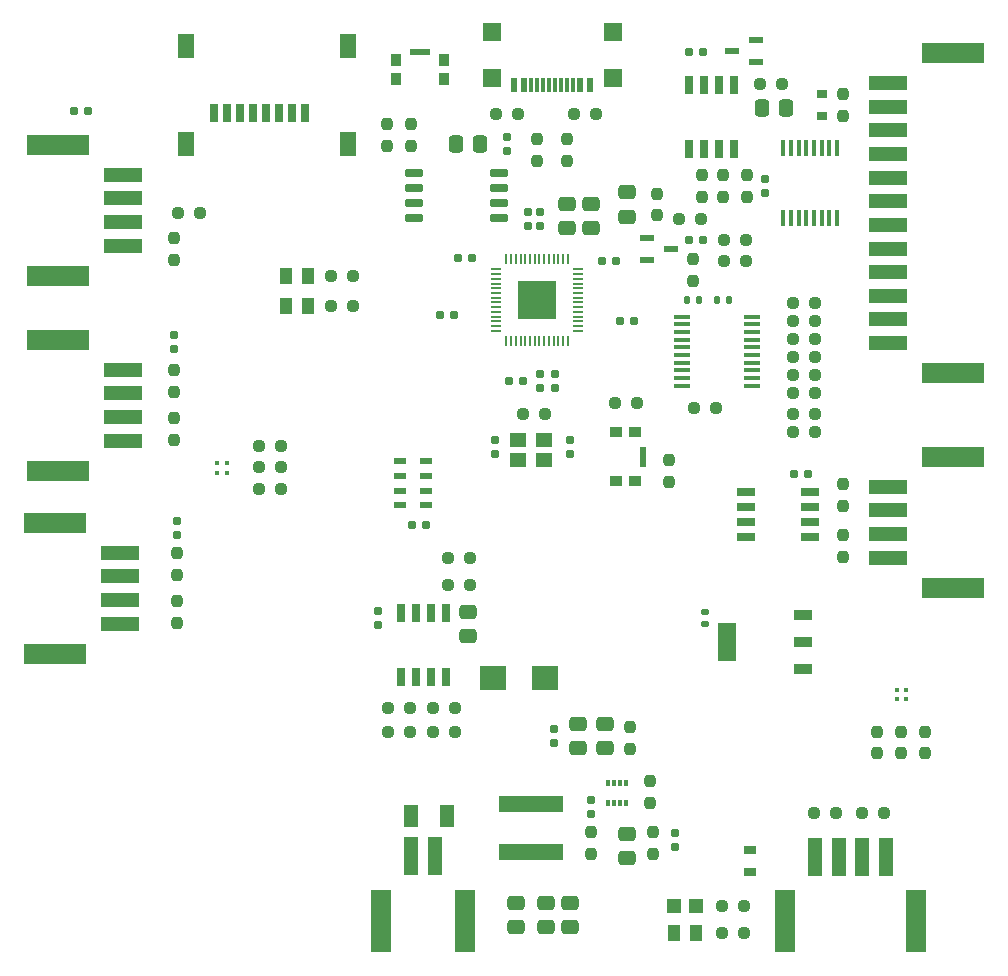
<source format=gbr>
%TF.GenerationSoftware,KiCad,Pcbnew,8.0.0*%
%TF.CreationDate,2024-04-11T21:11:56+02:00*%
%TF.ProjectId,BalloonMotherboardV4,42616c6c-6f6f-46e4-9d6f-74686572626f,rev?*%
%TF.SameCoordinates,Original*%
%TF.FileFunction,Paste,Top*%
%TF.FilePolarity,Positive*%
%FSLAX46Y46*%
G04 Gerber Fmt 4.6, Leading zero omitted, Abs format (unit mm)*
G04 Created by KiCad (PCBNEW 8.0.0) date 2024-04-11 21:11:56*
%MOMM*%
%LPD*%
G01*
G04 APERTURE LIST*
G04 Aperture macros list*
%AMRoundRect*
0 Rectangle with rounded corners*
0 $1 Rounding radius*
0 $2 $3 $4 $5 $6 $7 $8 $9 X,Y pos of 4 corners*
0 Add a 4 corners polygon primitive as box body*
4,1,4,$2,$3,$4,$5,$6,$7,$8,$9,$2,$3,0*
0 Add four circle primitives for the rounded corners*
1,1,$1+$1,$2,$3*
1,1,$1+$1,$4,$5*
1,1,$1+$1,$6,$7*
1,1,$1+$1,$8,$9*
0 Add four rect primitives between the rounded corners*
20,1,$1+$1,$2,$3,$4,$5,0*
20,1,$1+$1,$4,$5,$6,$7,0*
20,1,$1+$1,$6,$7,$8,$9,0*
20,1,$1+$1,$8,$9,$2,$3,0*%
G04 Aperture macros list end*
%ADD10R,0.950000X0.700000*%
%ADD11RoundRect,0.237500X0.237500X-0.250000X0.237500X0.250000X-0.237500X0.250000X-0.237500X-0.250000X0*%
%ADD12RoundRect,0.237500X-0.237500X0.250000X-0.237500X-0.250000X0.237500X-0.250000X0.237500X0.250000X0*%
%ADD13RoundRect,0.155000X-0.155000X0.212500X-0.155000X-0.212500X0.155000X-0.212500X0.155000X0.212500X0*%
%ADD14R,3.200000X1.200000*%
%ADD15R,5.300000X1.700000*%
%ADD16R,1.200000X3.200000*%
%ADD17R,1.700000X5.300000*%
%ADD18R,0.400000X0.400000*%
%ADD19RoundRect,0.250000X-0.475000X0.337500X-0.475000X-0.337500X0.475000X-0.337500X0.475000X0.337500X0*%
%ADD20RoundRect,0.160000X-0.197500X-0.160000X0.197500X-0.160000X0.197500X0.160000X-0.197500X0.160000X0*%
%ADD21RoundRect,0.250000X0.475000X-0.337500X0.475000X0.337500X-0.475000X0.337500X-0.475000X-0.337500X0*%
%ADD22RoundRect,0.250000X-0.337500X-0.475000X0.337500X-0.475000X0.337500X0.475000X-0.337500X0.475000X0*%
%ADD23R,0.450000X1.475000*%
%ADD24RoundRect,0.155000X0.212500X0.155000X-0.212500X0.155000X-0.212500X-0.155000X0.212500X-0.155000X0*%
%ADD25RoundRect,0.140000X0.140000X0.170000X-0.140000X0.170000X-0.140000X-0.170000X0.140000X-0.170000X0*%
%ADD26R,0.650000X1.528000*%
%ADD27RoundRect,0.237500X-0.250000X-0.237500X0.250000X-0.237500X0.250000X0.237500X-0.250000X0.237500X0*%
%ADD28RoundRect,0.237500X0.250000X0.237500X-0.250000X0.237500X-0.250000X-0.237500X0.250000X-0.237500X0*%
%ADD29R,1.300000X1.150000*%
%ADD30RoundRect,0.155000X0.155000X-0.212500X0.155000X0.212500X-0.155000X0.212500X-0.155000X-0.212500X0*%
%ADD31R,0.300000X0.475000*%
%ADD32RoundRect,0.140000X-0.140000X-0.170000X0.140000X-0.170000X0.140000X0.170000X-0.140000X0.170000X0*%
%ADD33RoundRect,0.155000X-0.212500X-0.155000X0.212500X-0.155000X0.212500X0.155000X-0.212500X0.155000X0*%
%ADD34R,1.070000X0.770000*%
%ADD35RoundRect,0.250000X0.337500X0.475000X-0.337500X0.475000X-0.337500X-0.475000X0.337500X-0.475000X0*%
%ADD36R,1.250000X0.600000*%
%ADD37R,0.600000X1.150000*%
%ADD38R,0.300000X1.150000*%
%ADD39R,1.500000X1.500000*%
%ADD40R,1.000000X0.900000*%
%ADD41R,0.550000X1.700000*%
%ADD42R,1.528000X0.650000*%
%ADD43R,2.250000X2.050000*%
%ADD44R,1.500000X0.900000*%
%ADD45R,1.500000X3.200000*%
%ADD46R,1.000000X1.450000*%
%ADD47RoundRect,0.150000X-0.650000X-0.150000X0.650000X-0.150000X0.650000X0.150000X-0.650000X0.150000X0*%
%ADD48R,1.200000X1.850000*%
%ADD49R,1.400000X1.200000*%
%ADD50R,1.100000X0.600000*%
%ADD51R,0.850000X0.200000*%
%ADD52R,0.200000X0.850000*%
%ADD53R,3.200000X3.200000*%
%ADD54R,0.800000X1.500000*%
%ADD55R,1.450000X2.000000*%
%ADD56R,0.900000X1.000000*%
%ADD57R,1.700000X0.550000*%
%ADD58RoundRect,0.140000X0.170000X-0.140000X0.170000X0.140000X-0.170000X0.140000X-0.170000X-0.140000X0*%
%ADD59R,5.500000X1.450000*%
%ADD60R,1.475000X0.450000*%
G04 APERTURE END LIST*
D10*
%TO.C,RT0*%
X90170000Y-42810000D03*
X90170000Y-41010000D03*
%TD*%
D11*
%TO.C,R43*%
X80010000Y-49680500D03*
X80010000Y-47855500D03*
%TD*%
D12*
%TO.C,R33*%
X66040000Y-44807500D03*
X66040000Y-46632500D03*
%TD*%
D13*
%TO.C,C35*%
X67564000Y-64710500D03*
X67564000Y-65845500D03*
%TD*%
D11*
%TO.C,R47*%
X79248000Y-56792500D03*
X79248000Y-54967500D03*
%TD*%
D14*
%TO.C,GPIO1*%
X30951000Y-70310000D03*
X30951000Y-68310000D03*
X30951000Y-66310000D03*
X30951000Y-64310000D03*
D15*
X25471000Y-61760000D03*
X25471000Y-72860000D03*
%TD*%
D12*
%TO.C,R35*%
X76200000Y-49401000D03*
X76200000Y-51226000D03*
%TD*%
D16*
%TO.C,Ox0*%
X95578347Y-105550000D03*
X93578347Y-105550000D03*
X91578347Y-105550000D03*
X89578347Y-105550000D03*
D17*
X87028347Y-111030000D03*
X98128347Y-111030000D03*
%TD*%
D18*
%TO.C,LED1*%
X96496347Y-92197000D03*
X96496347Y-91397000D03*
X97296347Y-91397000D03*
X97296347Y-92197000D03*
%TD*%
D19*
%TO.C,C14*%
X71794000Y-94275500D03*
X71794000Y-96350500D03*
%TD*%
D20*
%TO.C,R25*%
X63664500Y-65278000D03*
X64859500Y-65278000D03*
%TD*%
D21*
%TO.C,C36*%
X73660000Y-51351000D03*
X73660000Y-49276000D03*
%TD*%
D11*
%TO.C,R23*%
X53340000Y-45362500D03*
X53340000Y-43537500D03*
%TD*%
D22*
%TO.C,C22*%
X59160500Y-45212000D03*
X61235500Y-45212000D03*
%TD*%
D23*
%TO.C,MUX0*%
X86879000Y-51452000D03*
X87529000Y-51452000D03*
X88179000Y-51452000D03*
X88829000Y-51452000D03*
X89479000Y-51452000D03*
X90129000Y-51452000D03*
X90779000Y-51452000D03*
X91429000Y-51452000D03*
X91429000Y-45576000D03*
X90779000Y-45576000D03*
X90129000Y-45576000D03*
X89479000Y-45576000D03*
X88829000Y-45576000D03*
X88179000Y-45576000D03*
X87529000Y-45576000D03*
X86879000Y-45576000D03*
%TD*%
D21*
%TO.C,C9*%
X73660000Y-105685500D03*
X73660000Y-103610500D03*
%TD*%
D13*
%TO.C,C17*%
X67476000Y-94745500D03*
X67476000Y-95880500D03*
%TD*%
%TO.C,C29*%
X66294000Y-64710500D03*
X66294000Y-65845500D03*
%TD*%
D24*
%TO.C,C28*%
X58987500Y-59690000D03*
X57852500Y-59690000D03*
%TD*%
D13*
%TO.C,C38*%
X85344000Y-48200500D03*
X85344000Y-49335500D03*
%TD*%
D25*
%TO.C,C63*%
X79728000Y-58420000D03*
X78768000Y-58420000D03*
%TD*%
D26*
%TO.C,OP0*%
X54483000Y-90341000D03*
X55753000Y-90341000D03*
X57023000Y-90341000D03*
X58293000Y-90341000D03*
X58293000Y-84919000D03*
X57023000Y-84919000D03*
X55753000Y-84919000D03*
X54483000Y-84919000D03*
%TD*%
D27*
%TO.C,R30*%
X42521500Y-72517000D03*
X44346500Y-72517000D03*
%TD*%
%TO.C,R36*%
X84939500Y-40132000D03*
X86764500Y-40132000D03*
%TD*%
D14*
%TO.C,GPIO0*%
X30951000Y-53800000D03*
X30951000Y-51800000D03*
X30951000Y-49800000D03*
X30951000Y-47800000D03*
D15*
X25471000Y-45250000D03*
X25471000Y-56350000D03*
%TD*%
D12*
%TO.C,R15*%
X75858000Y-103481500D03*
X75858000Y-105306500D03*
%TD*%
D28*
%TO.C,R27*%
X66698500Y-68072000D03*
X64873500Y-68072000D03*
%TD*%
D27*
%TO.C,R5*%
X48617500Y-58928000D03*
X50442500Y-58928000D03*
%TD*%
D29*
%TO.C,!bat0*%
X79502000Y-109728000D03*
X77602000Y-109728000D03*
%TD*%
D11*
%TO.C,R18*%
X35306000Y-66190500D03*
X35306000Y-64365500D03*
%TD*%
D28*
%TO.C,R38*%
X83716500Y-53340000D03*
X81891500Y-53340000D03*
%TD*%
D30*
%TO.C,C24*%
X62484000Y-71433500D03*
X62484000Y-70298500D03*
%TD*%
D27*
%TO.C,R10*%
X58523500Y-82550000D03*
X60348500Y-82550000D03*
%TD*%
D26*
%TO.C,OP1*%
X78867000Y-45637000D03*
X80137000Y-45637000D03*
X81407000Y-45637000D03*
X82677000Y-45637000D03*
X82677000Y-40215000D03*
X81407000Y-40215000D03*
X80137000Y-40215000D03*
X78867000Y-40215000D03*
%TD*%
D28*
%TO.C,R8*%
X59078500Y-92964000D03*
X57253500Y-92964000D03*
%TD*%
D31*
%TO.C,BUCK0*%
X73560000Y-99301000D03*
X73060000Y-99301000D03*
X72560000Y-99301000D03*
X72060000Y-99301000D03*
X72060000Y-100977000D03*
X72560000Y-100977000D03*
X73060000Y-100977000D03*
X73560000Y-100977000D03*
%TD*%
D24*
%TO.C,C19*%
X27999500Y-42418000D03*
X26864500Y-42418000D03*
%TD*%
D11*
%TO.C,R49*%
X91948000Y-80160500D03*
X91948000Y-78335500D03*
%TD*%
D30*
%TO.C,C20*%
X35306000Y-62543500D03*
X35306000Y-61408500D03*
%TD*%
D14*
%TO.C,RS-0*%
X95795000Y-74216000D03*
X95795000Y-76216000D03*
X95795000Y-78216000D03*
X95795000Y-80216000D03*
D15*
X101275000Y-82766000D03*
X101275000Y-71666000D03*
%TD*%
D32*
%TO.C,C67*%
X81308000Y-58420000D03*
X82268000Y-58420000D03*
%TD*%
D13*
%TO.C,C10*%
X70612000Y-100778500D03*
X70612000Y-101913500D03*
%TD*%
D19*
%TO.C,C15*%
X69508000Y-94275500D03*
X69508000Y-96350500D03*
%TD*%
D27*
%TO.C,R17*%
X35663500Y-51054000D03*
X37488500Y-51054000D03*
%TD*%
D28*
%TO.C,R78*%
X89558500Y-60198000D03*
X87733500Y-60198000D03*
%TD*%
D33*
%TO.C,C31*%
X71568500Y-55118000D03*
X72703500Y-55118000D03*
%TD*%
D34*
%TO.C,F0*%
X84074000Y-106818000D03*
X84074000Y-105018000D03*
%TD*%
D35*
%TO.C,C40*%
X87143500Y-42164000D03*
X85068500Y-42164000D03*
%TD*%
D36*
%TO.C,Vref0*%
X75320676Y-53152000D03*
X75320676Y-55052000D03*
X77420676Y-54102000D03*
%TD*%
D37*
%TO.C,USB_C0*%
X70510000Y-40220000D03*
X69710000Y-40220000D03*
D38*
X68560000Y-40220000D03*
X67560000Y-40220000D03*
X67060000Y-40220000D03*
X66060000Y-40220000D03*
D37*
X64910000Y-40220000D03*
X64110000Y-40220000D03*
D38*
X65560000Y-40220000D03*
X66560000Y-40220000D03*
X68060000Y-40220000D03*
X69060000Y-40220000D03*
D39*
X72430000Y-39645000D03*
X62190000Y-39645000D03*
X72430000Y-35715000D03*
X62190000Y-35715000D03*
%TD*%
D30*
%TO.C,C21*%
X35560000Y-78291500D03*
X35560000Y-77156500D03*
%TD*%
D40*
%TO.C,S_RES0*%
X74356500Y-73725250D03*
X72756500Y-73725250D03*
X72756500Y-69625250D03*
X74356500Y-69625250D03*
D41*
X74981500Y-71675250D03*
%TD*%
D30*
%TO.C,C32*%
X65278000Y-52129500D03*
X65278000Y-50994500D03*
%TD*%
D11*
%TO.C,R42*%
X94864347Y-96773500D03*
X94864347Y-94948500D03*
%TD*%
D28*
%TO.C,R84*%
X89558500Y-66294000D03*
X87733500Y-66294000D03*
%TD*%
D27*
%TO.C,R46*%
X93575500Y-101854000D03*
X95400500Y-101854000D03*
%TD*%
D11*
%TO.C,R87*%
X91948000Y-42822500D03*
X91948000Y-40997500D03*
%TD*%
D28*
%TO.C,R39*%
X83716500Y-55118000D03*
X81891500Y-55118000D03*
%TD*%
%TO.C,R9*%
X60348500Y-80264000D03*
X58523500Y-80264000D03*
%TD*%
D11*
%TO.C,R40*%
X96896347Y-96773500D03*
X96896347Y-94948500D03*
%TD*%
D42*
%TO.C,RS0*%
X83700805Y-74676000D03*
X83700805Y-75946000D03*
X83700805Y-77216000D03*
X83700805Y-78486000D03*
X89122805Y-78486000D03*
X89122805Y-77216000D03*
X89122805Y-75946000D03*
X89122805Y-74676000D03*
%TD*%
D19*
%TO.C,C34*%
X68580000Y-50270500D03*
X68580000Y-52345500D03*
%TD*%
D43*
%TO.C,D0*%
X62316000Y-90424000D03*
X66716000Y-90424000D03*
%TD*%
D33*
%TO.C,C30*%
X73092500Y-60198000D03*
X74227500Y-60198000D03*
%TD*%
D12*
%TO.C,R34*%
X68580000Y-44807500D03*
X68580000Y-46632500D03*
%TD*%
%TO.C,R20*%
X35306000Y-53189500D03*
X35306000Y-55014500D03*
%TD*%
D44*
%TO.C,H11*%
X88594000Y-89676000D03*
X88594000Y-87376000D03*
X88594000Y-85076000D03*
D45*
X82094000Y-87376000D03*
%TD*%
D27*
%TO.C,R13*%
X53443500Y-92964000D03*
X55268500Y-92964000D03*
%TD*%
D30*
%TO.C,C23*%
X63500000Y-45779500D03*
X63500000Y-44644500D03*
%TD*%
D27*
%TO.C,R32*%
X62587500Y-42672000D03*
X64412500Y-42672000D03*
%TD*%
D28*
%TO.C,R83*%
X89558500Y-64770000D03*
X87733500Y-64770000D03*
%TD*%
%TO.C,R12*%
X55268500Y-94996000D03*
X53443500Y-94996000D03*
%TD*%
D11*
%TO.C,R37*%
X83820000Y-49680500D03*
X83820000Y-47855500D03*
%TD*%
D18*
%TO.C,LED0*%
X38970000Y-73044000D03*
X38970000Y-72244000D03*
X39770000Y-72244000D03*
X39770000Y-73044000D03*
%TD*%
D12*
%TO.C,R50*%
X91948000Y-74017500D03*
X91948000Y-75842500D03*
%TD*%
%TO.C,R21*%
X35306000Y-68429500D03*
X35306000Y-70254500D03*
%TD*%
D28*
%TO.C,R79*%
X89558500Y-61722000D03*
X87733500Y-61722000D03*
%TD*%
D16*
%TO.C,V_BAT0*%
X55388000Y-105516000D03*
X57388000Y-105516000D03*
D17*
X52838000Y-110996000D03*
X59938000Y-110996000D03*
%TD*%
D46*
%TO.C,uC0*%
X44770000Y-58928000D03*
X46670000Y-58928000D03*
%TD*%
D47*
%TO.C,FLA0*%
X55582000Y-47625000D03*
X55582000Y-48895000D03*
X55582000Y-50165000D03*
X55582000Y-51435000D03*
X62782000Y-51435000D03*
X62782000Y-50165000D03*
X62782000Y-48895000D03*
X62782000Y-47625000D03*
%TD*%
D24*
%TO.C,C42*%
X88959500Y-73152000D03*
X87824500Y-73152000D03*
%TD*%
D46*
%TO.C,5sys0*%
X44770000Y-56388000D03*
X46670000Y-56388000D03*
%TD*%
D48*
%TO.C,R_shunt0*%
X55396000Y-102108000D03*
X58396000Y-102108000D03*
%TD*%
D12*
%TO.C,R16*%
X75604000Y-99163500D03*
X75604000Y-100988500D03*
%TD*%
D13*
%TO.C,C25*%
X68834000Y-70298500D03*
X68834000Y-71433500D03*
%TD*%
D46*
%TO.C,bat0*%
X77602000Y-112014000D03*
X79502000Y-112014000D03*
%TD*%
D49*
%TO.C,Y0*%
X66632000Y-70270000D03*
X64432000Y-70270000D03*
X64432000Y-71970000D03*
X66632000Y-71970000D03*
%TD*%
D27*
%TO.C,R86*%
X79351500Y-67564000D03*
X81176500Y-67564000D03*
%TD*%
D21*
%TO.C,C8*%
X60198000Y-86889500D03*
X60198000Y-84814500D03*
%TD*%
D24*
%TO.C,C26*%
X60511500Y-54864000D03*
X59376500Y-54864000D03*
%TD*%
D21*
%TO.C,C16*%
X66802000Y-111527500D03*
X66802000Y-109452500D03*
%TD*%
D33*
%TO.C,C39*%
X78934500Y-53340000D03*
X80069500Y-53340000D03*
%TD*%
D11*
%TO.C,R85*%
X77216000Y-73810500D03*
X77216000Y-71985500D03*
%TD*%
%TO.C,R14*%
X70612000Y-105306500D03*
X70612000Y-103481500D03*
%TD*%
D50*
%TO.C,BAR0*%
X56642000Y-75809000D03*
X56642000Y-74559000D03*
X56642000Y-73309000D03*
X56642000Y-72059000D03*
X54442000Y-72059000D03*
X54442000Y-73309000D03*
X54442000Y-74559000D03*
X54442000Y-75809000D03*
%TD*%
D51*
%TO.C,uC1*%
X62590000Y-55820000D03*
X62590000Y-56220000D03*
X62590000Y-56620000D03*
X62590000Y-57020000D03*
X62590000Y-57420000D03*
X62590000Y-57820000D03*
X62590000Y-58220000D03*
X62590000Y-58620000D03*
X62590000Y-59020000D03*
X62590000Y-59420000D03*
X62590000Y-59820000D03*
X62590000Y-60220000D03*
X62590000Y-60620000D03*
X62590000Y-61020000D03*
D52*
X63440000Y-61870000D03*
X63840000Y-61870000D03*
X64240000Y-61870000D03*
X64640000Y-61870000D03*
X65040000Y-61870000D03*
X65440000Y-61870000D03*
X65840000Y-61870000D03*
X66240000Y-61870000D03*
X66640000Y-61870000D03*
X67040000Y-61870000D03*
X67440000Y-61870000D03*
X67840000Y-61870000D03*
X68240000Y-61870000D03*
X68640000Y-61870000D03*
D51*
X69490000Y-61020000D03*
X69490000Y-60620000D03*
X69490000Y-60220000D03*
X69490000Y-59820000D03*
X69490000Y-59420000D03*
X69490000Y-59020000D03*
X69490000Y-58620000D03*
X69490000Y-58220000D03*
X69490000Y-57820000D03*
X69490000Y-57420000D03*
X69490000Y-57020000D03*
X69490000Y-56620000D03*
X69490000Y-56220000D03*
X69490000Y-55820000D03*
D52*
X68640000Y-54970000D03*
X68240000Y-54970000D03*
X67840000Y-54970000D03*
X67440000Y-54970000D03*
X67040000Y-54970000D03*
X66640000Y-54970000D03*
X66240000Y-54970000D03*
X65840000Y-54970000D03*
X65440000Y-54970000D03*
X65040000Y-54970000D03*
X64640000Y-54970000D03*
X64240000Y-54970000D03*
X63840000Y-54970000D03*
X63440000Y-54970000D03*
D53*
X66040000Y-58420000D03*
%TD*%
D30*
%TO.C,C27*%
X66294000Y-52129500D03*
X66294000Y-50994500D03*
%TD*%
D12*
%TO.C,R24*%
X55372000Y-43537500D03*
X55372000Y-45362500D03*
%TD*%
%TO.C,R22*%
X35560000Y-83923500D03*
X35560000Y-85748500D03*
%TD*%
D27*
%TO.C,R6*%
X48617500Y-56388000D03*
X50442500Y-56388000D03*
%TD*%
D28*
%TO.C,R80*%
X89558500Y-63246000D03*
X87733500Y-63246000D03*
%TD*%
D12*
%TO.C,R41*%
X98928347Y-94948500D03*
X98928347Y-96773500D03*
%TD*%
D54*
%TO.C,SD0*%
X46380000Y-42578000D03*
X45280000Y-42578000D03*
X44180000Y-42578000D03*
X43080000Y-42578000D03*
X41980000Y-42578000D03*
X40880000Y-42578000D03*
X39780000Y-42578000D03*
X38680000Y-42578000D03*
D55*
X50055000Y-45178000D03*
X36305000Y-45178000D03*
X50055000Y-36878000D03*
X36305000Y-36878000D03*
%TD*%
D12*
%TO.C,R44*%
X81788000Y-47855500D03*
X81788000Y-49680500D03*
%TD*%
D21*
%TO.C,C18*%
X68834000Y-111527500D03*
X68834000Y-109452500D03*
%TD*%
D27*
%TO.C,R7*%
X57253500Y-94996000D03*
X59078500Y-94996000D03*
%TD*%
D28*
%TO.C,R31*%
X44346500Y-70739000D03*
X42521500Y-70739000D03*
%TD*%
D56*
%TO.C,S_BOOT0*%
X58184000Y-38062000D03*
X58184000Y-39662000D03*
X54084000Y-39662000D03*
X54084000Y-38062000D03*
D57*
X56134000Y-37437000D03*
%TD*%
D28*
%TO.C,R29*%
X44346500Y-74422000D03*
X42521500Y-74422000D03*
%TD*%
D21*
%TO.C,C13*%
X64262000Y-111527500D03*
X64262000Y-109452500D03*
%TD*%
D28*
%TO.C,R48*%
X91336500Y-101854000D03*
X89511500Y-101854000D03*
%TD*%
D14*
%TO.C,GPIO2*%
X30734000Y-85820000D03*
X30734000Y-83820000D03*
X30734000Y-81820000D03*
X30734000Y-79820000D03*
D15*
X25254000Y-77270000D03*
X25254000Y-88370000D03*
%TD*%
D58*
%TO.C,C68*%
X80264000Y-85824000D03*
X80264000Y-84864000D03*
%TD*%
D11*
%TO.C,R11*%
X73914000Y-96416500D03*
X73914000Y-94591500D03*
%TD*%
D36*
%TO.C,Vref1*%
X84616000Y-38288000D03*
X84616000Y-36388000D03*
X82516000Y-37338000D03*
%TD*%
D11*
%TO.C,R19*%
X35560000Y-81684500D03*
X35560000Y-79859500D03*
%TD*%
D27*
%TO.C,R45*%
X78081500Y-51562000D03*
X79906500Y-51562000D03*
%TD*%
D24*
%TO.C,C41*%
X80069500Y-37449805D03*
X78934500Y-37449805D03*
%TD*%
D14*
%TO.C,NTCs0*%
X95784000Y-62054000D03*
X95784000Y-60054000D03*
X95784000Y-58054000D03*
X95784000Y-56054000D03*
X95784000Y-54054000D03*
X95784000Y-52054000D03*
X95784000Y-50054000D03*
X95784000Y-48054000D03*
X95784000Y-46054000D03*
X95784000Y-44054000D03*
X95784000Y-42054000D03*
X95784000Y-40054000D03*
D15*
X101264000Y-64604000D03*
X101264000Y-37504000D03*
%TD*%
D59*
%TO.C,L0*%
X65532000Y-101124000D03*
X65532000Y-105124000D03*
%TD*%
D33*
%TO.C,C37*%
X55482500Y-77470000D03*
X56617500Y-77470000D03*
%TD*%
D21*
%TO.C,C33*%
X70612000Y-52345500D03*
X70612000Y-50270500D03*
%TD*%
D27*
%TO.C,R0*%
X81703500Y-109728000D03*
X83528500Y-109728000D03*
%TD*%
D28*
%TO.C,R73*%
X89558500Y-69596000D03*
X87733500Y-69596000D03*
%TD*%
D30*
%TO.C,C12*%
X52578000Y-85911500D03*
X52578000Y-84776500D03*
%TD*%
%TO.C,C11*%
X77724000Y-104707500D03*
X77724000Y-103572500D03*
%TD*%
D28*
%TO.C,R74*%
X89558500Y-58674000D03*
X87733500Y-58674000D03*
%TD*%
D60*
%TO.C,Vshi0*%
X78342000Y-59813000D03*
X78342000Y-60463000D03*
X78342000Y-61113000D03*
X78342000Y-61763000D03*
X78342000Y-62413000D03*
X78342000Y-63063000D03*
X78342000Y-63713000D03*
X78342000Y-64363000D03*
X78342000Y-65013000D03*
X78342000Y-65663000D03*
X84218000Y-65663000D03*
X84218000Y-65013000D03*
X84218000Y-64363000D03*
X84218000Y-63713000D03*
X84218000Y-63063000D03*
X84218000Y-62413000D03*
X84218000Y-61763000D03*
X84218000Y-61113000D03*
X84218000Y-60463000D03*
X84218000Y-59813000D03*
%TD*%
D28*
%TO.C,R26*%
X74469000Y-67103250D03*
X72644000Y-67103250D03*
%TD*%
%TO.C,R28*%
X71016500Y-42672000D03*
X69191500Y-42672000D03*
%TD*%
D27*
%TO.C,R1*%
X81703500Y-112014000D03*
X83528500Y-112014000D03*
%TD*%
D28*
%TO.C,R72*%
X89558500Y-68072000D03*
X87733500Y-68072000D03*
%TD*%
M02*

</source>
